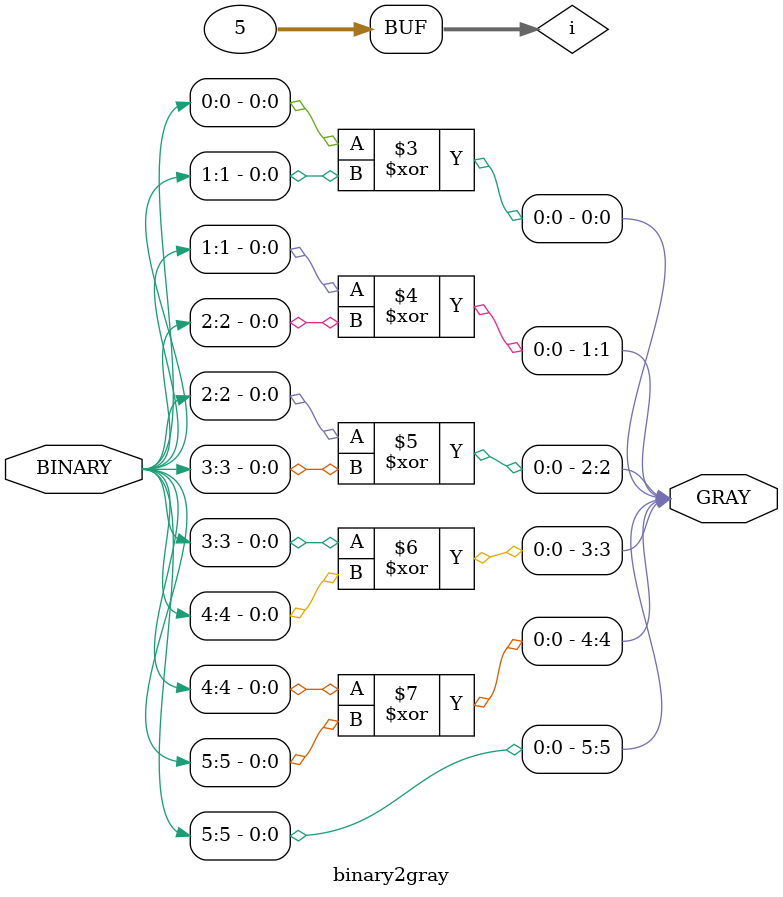
<source format=v>
`timescale 1ns / 1ps

module binary2gray
    #(parameter length = 6)
    (
    input      [length-1:0] BINARY,
    output reg [length-1:0] GRAY
    );

integer i;
    
always@(BINARY) begin
    GRAY[length-1] = BINARY[length-1];
    for(i=0;i<=length-2;i=i+1) GRAY[i] = BINARY[i] ^ BINARY[i+1];
end
    
endmodule

</source>
